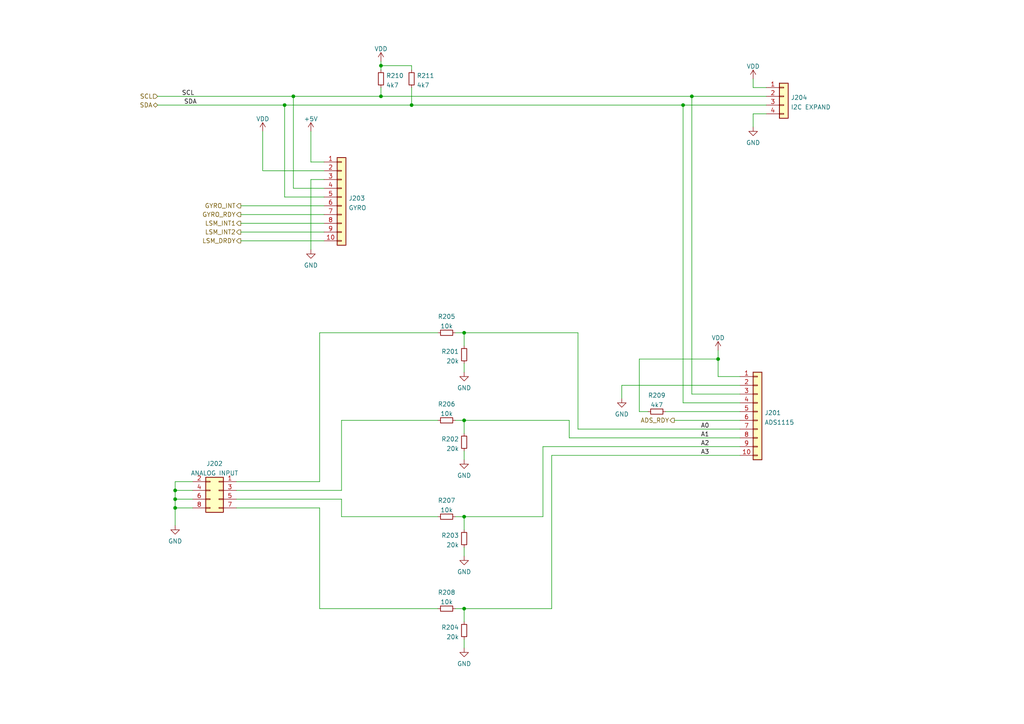
<source format=kicad_sch>
(kicad_sch (version 20230121) (generator eeschema)

  (uuid 0e61157e-8c64-4818-85ec-d1357ecb24c6)

  (paper "A4")

  (title_block
    (title "ROV RPI PICO HAT")
    (date "2023-01-14")
    (rev "1")
    (company "Findersee")
  )

  (lib_symbols
    (symbol "Connector_Generic:Conn_01x04" (pin_names (offset 1.016) hide) (in_bom yes) (on_board yes)
      (property "Reference" "J" (at 0 5.08 0)
        (effects (font (size 1.27 1.27)))
      )
      (property "Value" "Conn_01x04" (at 0 -7.62 0)
        (effects (font (size 1.27 1.27)))
      )
      (property "Footprint" "" (at 0 0 0)
        (effects (font (size 1.27 1.27)) hide)
      )
      (property "Datasheet" "~" (at 0 0 0)
        (effects (font (size 1.27 1.27)) hide)
      )
      (property "ki_keywords" "connector" (at 0 0 0)
        (effects (font (size 1.27 1.27)) hide)
      )
      (property "ki_description" "Generic connector, single row, 01x04, script generated (kicad-library-utils/schlib/autogen/connector/)" (at 0 0 0)
        (effects (font (size 1.27 1.27)) hide)
      )
      (property "ki_fp_filters" "Connector*:*_1x??_*" (at 0 0 0)
        (effects (font (size 1.27 1.27)) hide)
      )
      (symbol "Conn_01x04_1_1"
        (rectangle (start -1.27 -4.953) (end 0 -5.207)
          (stroke (width 0.1524) (type default))
          (fill (type none))
        )
        (rectangle (start -1.27 -2.413) (end 0 -2.667)
          (stroke (width 0.1524) (type default))
          (fill (type none))
        )
        (rectangle (start -1.27 0.127) (end 0 -0.127)
          (stroke (width 0.1524) (type default))
          (fill (type none))
        )
        (rectangle (start -1.27 2.667) (end 0 2.413)
          (stroke (width 0.1524) (type default))
          (fill (type none))
        )
        (rectangle (start -1.27 3.81) (end 1.27 -6.35)
          (stroke (width 0.254) (type default))
          (fill (type background))
        )
        (pin passive line (at -5.08 2.54 0) (length 3.81)
          (name "Pin_1" (effects (font (size 1.27 1.27))))
          (number "1" (effects (font (size 1.27 1.27))))
        )
        (pin passive line (at -5.08 0 0) (length 3.81)
          (name "Pin_2" (effects (font (size 1.27 1.27))))
          (number "2" (effects (font (size 1.27 1.27))))
        )
        (pin passive line (at -5.08 -2.54 0) (length 3.81)
          (name "Pin_3" (effects (font (size 1.27 1.27))))
          (number "3" (effects (font (size 1.27 1.27))))
        )
        (pin passive line (at -5.08 -5.08 0) (length 3.81)
          (name "Pin_4" (effects (font (size 1.27 1.27))))
          (number "4" (effects (font (size 1.27 1.27))))
        )
      )
    )
    (symbol "Connector_Generic:Conn_01x10" (pin_names (offset 1.016) hide) (in_bom yes) (on_board yes)
      (property "Reference" "J" (at 0 12.7 0)
        (effects (font (size 1.27 1.27)))
      )
      (property "Value" "Conn_01x10" (at 0 -15.24 0)
        (effects (font (size 1.27 1.27)))
      )
      (property "Footprint" "" (at 0 0 0)
        (effects (font (size 1.27 1.27)) hide)
      )
      (property "Datasheet" "~" (at 0 0 0)
        (effects (font (size 1.27 1.27)) hide)
      )
      (property "ki_keywords" "connector" (at 0 0 0)
        (effects (font (size 1.27 1.27)) hide)
      )
      (property "ki_description" "Generic connector, single row, 01x10, script generated (kicad-library-utils/schlib/autogen/connector/)" (at 0 0 0)
        (effects (font (size 1.27 1.27)) hide)
      )
      (property "ki_fp_filters" "Connector*:*_1x??_*" (at 0 0 0)
        (effects (font (size 1.27 1.27)) hide)
      )
      (symbol "Conn_01x10_1_1"
        (rectangle (start -1.27 -12.573) (end 0 -12.827)
          (stroke (width 0.1524) (type default))
          (fill (type none))
        )
        (rectangle (start -1.27 -10.033) (end 0 -10.287)
          (stroke (width 0.1524) (type default))
          (fill (type none))
        )
        (rectangle (start -1.27 -7.493) (end 0 -7.747)
          (stroke (width 0.1524) (type default))
          (fill (type none))
        )
        (rectangle (start -1.27 -4.953) (end 0 -5.207)
          (stroke (width 0.1524) (type default))
          (fill (type none))
        )
        (rectangle (start -1.27 -2.413) (end 0 -2.667)
          (stroke (width 0.1524) (type default))
          (fill (type none))
        )
        (rectangle (start -1.27 0.127) (end 0 -0.127)
          (stroke (width 0.1524) (type default))
          (fill (type none))
        )
        (rectangle (start -1.27 2.667) (end 0 2.413)
          (stroke (width 0.1524) (type default))
          (fill (type none))
        )
        (rectangle (start -1.27 5.207) (end 0 4.953)
          (stroke (width 0.1524) (type default))
          (fill (type none))
        )
        (rectangle (start -1.27 7.747) (end 0 7.493)
          (stroke (width 0.1524) (type default))
          (fill (type none))
        )
        (rectangle (start -1.27 10.287) (end 0 10.033)
          (stroke (width 0.1524) (type default))
          (fill (type none))
        )
        (rectangle (start -1.27 11.43) (end 1.27 -13.97)
          (stroke (width 0.254) (type default))
          (fill (type background))
        )
        (pin passive line (at -5.08 10.16 0) (length 3.81)
          (name "Pin_1" (effects (font (size 1.27 1.27))))
          (number "1" (effects (font (size 1.27 1.27))))
        )
        (pin passive line (at -5.08 -12.7 0) (length 3.81)
          (name "Pin_10" (effects (font (size 1.27 1.27))))
          (number "10" (effects (font (size 1.27 1.27))))
        )
        (pin passive line (at -5.08 7.62 0) (length 3.81)
          (name "Pin_2" (effects (font (size 1.27 1.27))))
          (number "2" (effects (font (size 1.27 1.27))))
        )
        (pin passive line (at -5.08 5.08 0) (length 3.81)
          (name "Pin_3" (effects (font (size 1.27 1.27))))
          (number "3" (effects (font (size 1.27 1.27))))
        )
        (pin passive line (at -5.08 2.54 0) (length 3.81)
          (name "Pin_4" (effects (font (size 1.27 1.27))))
          (number "4" (effects (font (size 1.27 1.27))))
        )
        (pin passive line (at -5.08 0 0) (length 3.81)
          (name "Pin_5" (effects (font (size 1.27 1.27))))
          (number "5" (effects (font (size 1.27 1.27))))
        )
        (pin passive line (at -5.08 -2.54 0) (length 3.81)
          (name "Pin_6" (effects (font (size 1.27 1.27))))
          (number "6" (effects (font (size 1.27 1.27))))
        )
        (pin passive line (at -5.08 -5.08 0) (length 3.81)
          (name "Pin_7" (effects (font (size 1.27 1.27))))
          (number "7" (effects (font (size 1.27 1.27))))
        )
        (pin passive line (at -5.08 -7.62 0) (length 3.81)
          (name "Pin_8" (effects (font (size 1.27 1.27))))
          (number "8" (effects (font (size 1.27 1.27))))
        )
        (pin passive line (at -5.08 -10.16 0) (length 3.81)
          (name "Pin_9" (effects (font (size 1.27 1.27))))
          (number "9" (effects (font (size 1.27 1.27))))
        )
      )
    )
    (symbol "Connector_Generic:Conn_02x04_Odd_Even" (pin_names (offset 1.016) hide) (in_bom yes) (on_board yes)
      (property "Reference" "J" (at 1.27 5.08 0)
        (effects (font (size 1.27 1.27)))
      )
      (property "Value" "Conn_02x04_Odd_Even" (at 1.27 -7.62 0)
        (effects (font (size 1.27 1.27)))
      )
      (property "Footprint" "" (at 0 0 0)
        (effects (font (size 1.27 1.27)) hide)
      )
      (property "Datasheet" "~" (at 0 0 0)
        (effects (font (size 1.27 1.27)) hide)
      )
      (property "ki_keywords" "connector" (at 0 0 0)
        (effects (font (size 1.27 1.27)) hide)
      )
      (property "ki_description" "Generic connector, double row, 02x04, odd/even pin numbering scheme (row 1 odd numbers, row 2 even numbers), script generated (kicad-library-utils/schlib/autogen/connector/)" (at 0 0 0)
        (effects (font (size 1.27 1.27)) hide)
      )
      (property "ki_fp_filters" "Connector*:*_2x??_*" (at 0 0 0)
        (effects (font (size 1.27 1.27)) hide)
      )
      (symbol "Conn_02x04_Odd_Even_1_1"
        (rectangle (start -1.27 -4.953) (end 0 -5.207)
          (stroke (width 0.1524) (type default))
          (fill (type none))
        )
        (rectangle (start -1.27 -2.413) (end 0 -2.667)
          (stroke (width 0.1524) (type default))
          (fill (type none))
        )
        (rectangle (start -1.27 0.127) (end 0 -0.127)
          (stroke (width 0.1524) (type default))
          (fill (type none))
        )
        (rectangle (start -1.27 2.667) (end 0 2.413)
          (stroke (width 0.1524) (type default))
          (fill (type none))
        )
        (rectangle (start -1.27 3.81) (end 3.81 -6.35)
          (stroke (width 0.254) (type default))
          (fill (type background))
        )
        (rectangle (start 3.81 -4.953) (end 2.54 -5.207)
          (stroke (width 0.1524) (type default))
          (fill (type none))
        )
        (rectangle (start 3.81 -2.413) (end 2.54 -2.667)
          (stroke (width 0.1524) (type default))
          (fill (type none))
        )
        (rectangle (start 3.81 0.127) (end 2.54 -0.127)
          (stroke (width 0.1524) (type default))
          (fill (type none))
        )
        (rectangle (start 3.81 2.667) (end 2.54 2.413)
          (stroke (width 0.1524) (type default))
          (fill (type none))
        )
        (pin passive line (at -5.08 2.54 0) (length 3.81)
          (name "Pin_1" (effects (font (size 1.27 1.27))))
          (number "1" (effects (font (size 1.27 1.27))))
        )
        (pin passive line (at 7.62 2.54 180) (length 3.81)
          (name "Pin_2" (effects (font (size 1.27 1.27))))
          (number "2" (effects (font (size 1.27 1.27))))
        )
        (pin passive line (at -5.08 0 0) (length 3.81)
          (name "Pin_3" (effects (font (size 1.27 1.27))))
          (number "3" (effects (font (size 1.27 1.27))))
        )
        (pin passive line (at 7.62 0 180) (length 3.81)
          (name "Pin_4" (effects (font (size 1.27 1.27))))
          (number "4" (effects (font (size 1.27 1.27))))
        )
        (pin passive line (at -5.08 -2.54 0) (length 3.81)
          (name "Pin_5" (effects (font (size 1.27 1.27))))
          (number "5" (effects (font (size 1.27 1.27))))
        )
        (pin passive line (at 7.62 -2.54 180) (length 3.81)
          (name "Pin_6" (effects (font (size 1.27 1.27))))
          (number "6" (effects (font (size 1.27 1.27))))
        )
        (pin passive line (at -5.08 -5.08 0) (length 3.81)
          (name "Pin_7" (effects (font (size 1.27 1.27))))
          (number "7" (effects (font (size 1.27 1.27))))
        )
        (pin passive line (at 7.62 -5.08 180) (length 3.81)
          (name "Pin_8" (effects (font (size 1.27 1.27))))
          (number "8" (effects (font (size 1.27 1.27))))
        )
      )
    )
    (symbol "Device:R_Small" (pin_numbers hide) (pin_names (offset 0.254) hide) (in_bom yes) (on_board yes)
      (property "Reference" "R" (at 0.762 0.508 0)
        (effects (font (size 1.27 1.27)) (justify left))
      )
      (property "Value" "R_Small" (at 0.762 -1.016 0)
        (effects (font (size 1.27 1.27)) (justify left))
      )
      (property "Footprint" "" (at 0 0 0)
        (effects (font (size 1.27 1.27)) hide)
      )
      (property "Datasheet" "~" (at 0 0 0)
        (effects (font (size 1.27 1.27)) hide)
      )
      (property "ki_keywords" "R resistor" (at 0 0 0)
        (effects (font (size 1.27 1.27)) hide)
      )
      (property "ki_description" "Resistor, small symbol" (at 0 0 0)
        (effects (font (size 1.27 1.27)) hide)
      )
      (property "ki_fp_filters" "R_*" (at 0 0 0)
        (effects (font (size 1.27 1.27)) hide)
      )
      (symbol "R_Small_0_1"
        (rectangle (start -0.762 1.778) (end 0.762 -1.778)
          (stroke (width 0.2032) (type default))
          (fill (type none))
        )
      )
      (symbol "R_Small_1_1"
        (pin passive line (at 0 2.54 270) (length 0.762)
          (name "~" (effects (font (size 1.27 1.27))))
          (number "1" (effects (font (size 1.27 1.27))))
        )
        (pin passive line (at 0 -2.54 90) (length 0.762)
          (name "~" (effects (font (size 1.27 1.27))))
          (number "2" (effects (font (size 1.27 1.27))))
        )
      )
    )
    (symbol "power:+5V" (power) (pin_names (offset 0)) (in_bom yes) (on_board yes)
      (property "Reference" "#PWR" (at 0 -3.81 0)
        (effects (font (size 1.27 1.27)) hide)
      )
      (property "Value" "+5V" (at 0 3.556 0)
        (effects (font (size 1.27 1.27)))
      )
      (property "Footprint" "" (at 0 0 0)
        (effects (font (size 1.27 1.27)) hide)
      )
      (property "Datasheet" "" (at 0 0 0)
        (effects (font (size 1.27 1.27)) hide)
      )
      (property "ki_keywords" "power-flag" (at 0 0 0)
        (effects (font (size 1.27 1.27)) hide)
      )
      (property "ki_description" "Power symbol creates a global label with name \"+5V\"" (at 0 0 0)
        (effects (font (size 1.27 1.27)) hide)
      )
      (symbol "+5V_0_1"
        (polyline
          (pts
            (xy -0.762 1.27)
            (xy 0 2.54)
          )
          (stroke (width 0) (type default))
          (fill (type none))
        )
        (polyline
          (pts
            (xy 0 0)
            (xy 0 2.54)
          )
          (stroke (width 0) (type default))
          (fill (type none))
        )
        (polyline
          (pts
            (xy 0 2.54)
            (xy 0.762 1.27)
          )
          (stroke (width 0) (type default))
          (fill (type none))
        )
      )
      (symbol "+5V_1_1"
        (pin power_in line (at 0 0 90) (length 0) hide
          (name "+5V" (effects (font (size 1.27 1.27))))
          (number "1" (effects (font (size 1.27 1.27))))
        )
      )
    )
    (symbol "power:GND" (power) (pin_names (offset 0)) (in_bom yes) (on_board yes)
      (property "Reference" "#PWR" (at 0 -6.35 0)
        (effects (font (size 1.27 1.27)) hide)
      )
      (property "Value" "GND" (at 0 -3.81 0)
        (effects (font (size 1.27 1.27)))
      )
      (property "Footprint" "" (at 0 0 0)
        (effects (font (size 1.27 1.27)) hide)
      )
      (property "Datasheet" "" (at 0 0 0)
        (effects (font (size 1.27 1.27)) hide)
      )
      (property "ki_keywords" "power-flag" (at 0 0 0)
        (effects (font (size 1.27 1.27)) hide)
      )
      (property "ki_description" "Power symbol creates a global label with name \"GND\" , ground" (at 0 0 0)
        (effects (font (size 1.27 1.27)) hide)
      )
      (symbol "GND_0_1"
        (polyline
          (pts
            (xy 0 0)
            (xy 0 -1.27)
            (xy 1.27 -1.27)
            (xy 0 -2.54)
            (xy -1.27 -1.27)
            (xy 0 -1.27)
          )
          (stroke (width 0) (type default))
          (fill (type none))
        )
      )
      (symbol "GND_1_1"
        (pin power_in line (at 0 0 270) (length 0) hide
          (name "GND" (effects (font (size 1.27 1.27))))
          (number "1" (effects (font (size 1.27 1.27))))
        )
      )
    )
    (symbol "power:VDD" (power) (pin_names (offset 0)) (in_bom yes) (on_board yes)
      (property "Reference" "#PWR" (at 0 -3.81 0)
        (effects (font (size 1.27 1.27)) hide)
      )
      (property "Value" "VDD" (at 0 3.81 0)
        (effects (font (size 1.27 1.27)))
      )
      (property "Footprint" "" (at 0 0 0)
        (effects (font (size 1.27 1.27)) hide)
      )
      (property "Datasheet" "" (at 0 0 0)
        (effects (font (size 1.27 1.27)) hide)
      )
      (property "ki_keywords" "power-flag" (at 0 0 0)
        (effects (font (size 1.27 1.27)) hide)
      )
      (property "ki_description" "Power symbol creates a global label with name \"VDD\"" (at 0 0 0)
        (effects (font (size 1.27 1.27)) hide)
      )
      (symbol "VDD_0_1"
        (polyline
          (pts
            (xy -0.762 1.27)
            (xy 0 2.54)
          )
          (stroke (width 0) (type default))
          (fill (type none))
        )
        (polyline
          (pts
            (xy 0 0)
            (xy 0 2.54)
          )
          (stroke (width 0) (type default))
          (fill (type none))
        )
        (polyline
          (pts
            (xy 0 2.54)
            (xy 0.762 1.27)
          )
          (stroke (width 0) (type default))
          (fill (type none))
        )
      )
      (symbol "VDD_1_1"
        (pin power_in line (at 0 0 90) (length 0) hide
          (name "VDD" (effects (font (size 1.27 1.27))))
          (number "1" (effects (font (size 1.27 1.27))))
        )
      )
    )
  )

  (junction (at 110.49 27.94) (diameter 0) (color 0 0 0 0)
    (uuid 054fd903-0572-4dd0-a820-56f55a509c27)
  )
  (junction (at 200.66 27.94) (diameter 0) (color 0 0 0 0)
    (uuid 11f4f803-9f67-42e2-b85b-dc64d10d8d35)
  )
  (junction (at 134.62 96.52) (diameter 0) (color 0 0 0 0)
    (uuid 16628809-bbc8-43dc-9baf-59786307da0f)
  )
  (junction (at 208.28 104.14) (diameter 0) (color 0 0 0 0)
    (uuid 231966f0-2c5b-4617-85fb-81a060f079ac)
  )
  (junction (at 119.38 30.48) (diameter 0) (color 0 0 0 0)
    (uuid 4938c504-7c2b-4fa1-97f9-e4fd365bea76)
  )
  (junction (at 198.12 30.48) (diameter 0) (color 0 0 0 0)
    (uuid 4d0429a7-4947-405e-9053-8622eed9c80f)
  )
  (junction (at 50.8 144.78) (diameter 0) (color 0 0 0 0)
    (uuid 50a5e2d3-a310-43c0-83b5-2f6f9862b3e1)
  )
  (junction (at 82.55 30.48) (diameter 0) (color 0 0 0 0)
    (uuid 5d2b5b5c-712a-4c62-9056-7943da566a55)
  )
  (junction (at 50.8 142.24) (diameter 0) (color 0 0 0 0)
    (uuid 65a7e3ac-c070-41d1-bef9-f3a7056e649e)
  )
  (junction (at 134.62 149.86) (diameter 0) (color 0 0 0 0)
    (uuid 67e2439f-a74e-40e5-842a-f2c70c2dd7f9)
  )
  (junction (at 85.09 27.94) (diameter 0) (color 0 0 0 0)
    (uuid 96d946eb-7997-43d5-88b1-01966dd1ce3c)
  )
  (junction (at 110.49 19.05) (diameter 0) (color 0 0 0 0)
    (uuid 9d834587-70bd-4dc6-b603-dbebea207557)
  )
  (junction (at 134.62 176.53) (diameter 0) (color 0 0 0 0)
    (uuid beea1467-6d66-4953-b12f-35f9cb705670)
  )
  (junction (at 134.62 121.92) (diameter 0) (color 0 0 0 0)
    (uuid c5cd8025-00da-4c8e-82b1-68cf7d0c6eb6)
  )
  (junction (at 50.8 147.32) (diameter 0) (color 0 0 0 0)
    (uuid ca96995c-d333-4b5d-8a04-c13cdcbc7d11)
  )

  (wire (pts (xy 69.85 64.77) (xy 93.98 64.77))
    (stroke (width 0) (type default))
    (uuid 00c3344e-81e0-498f-aca3-32f690281efd)
  )
  (wire (pts (xy 134.62 176.53) (xy 134.62 180.34))
    (stroke (width 0) (type default))
    (uuid 00cd8ad8-424f-408b-bb85-16b00891b2fc)
  )
  (wire (pts (xy 134.62 149.86) (xy 134.62 153.67))
    (stroke (width 0) (type default))
    (uuid 0185a968-83fd-459f-b851-cc1f97501cf5)
  )
  (wire (pts (xy 69.85 62.23) (xy 93.98 62.23))
    (stroke (width 0) (type default))
    (uuid 02077cd3-ac91-43b9-8a46-abed5889fd08)
  )
  (wire (pts (xy 198.12 30.48) (xy 198.12 116.84))
    (stroke (width 0) (type default))
    (uuid 0323236d-02c2-4519-810b-868d4109cb21)
  )
  (wire (pts (xy 222.25 33.02) (xy 218.44 33.02))
    (stroke (width 0) (type default))
    (uuid 0731282d-d301-44e9-9695-aa41790843fa)
  )
  (wire (pts (xy 50.8 144.78) (xy 50.8 147.32))
    (stroke (width 0) (type default))
    (uuid 087206a8-55ba-4908-83bf-1e319db68489)
  )
  (wire (pts (xy 134.62 96.52) (xy 134.62 100.33))
    (stroke (width 0) (type default))
    (uuid 0a7daf80-9680-432c-a5d8-478af40fccba)
  )
  (wire (pts (xy 134.62 96.52) (xy 132.08 96.52))
    (stroke (width 0) (type default))
    (uuid 1447b1ba-fa2e-4a6b-bc3e-60c027292767)
  )
  (wire (pts (xy 93.98 49.53) (xy 76.2 49.53))
    (stroke (width 0) (type default))
    (uuid 1471240d-d2c6-4c2d-b4a2-51f9b69e913e)
  )
  (wire (pts (xy 119.38 19.05) (xy 119.38 20.32))
    (stroke (width 0) (type default))
    (uuid 18d5095a-8d73-44a3-a8ef-4cd7fd896ef6)
  )
  (wire (pts (xy 157.48 129.54) (xy 214.63 129.54))
    (stroke (width 0) (type default))
    (uuid 21388e7d-e858-46c5-a3f0-d0b000cc5b96)
  )
  (wire (pts (xy 134.62 121.92) (xy 134.62 125.73))
    (stroke (width 0) (type default))
    (uuid 21cf63ac-dc1c-42e2-8b0d-c24dfb1a6867)
  )
  (wire (pts (xy 208.28 101.6) (xy 208.28 104.14))
    (stroke (width 0) (type default))
    (uuid 234efead-bd5b-4001-ba3d-a182db0ba982)
  )
  (wire (pts (xy 45.72 27.94) (xy 85.09 27.94))
    (stroke (width 0) (type default))
    (uuid 25d6a42c-2763-4eaf-955d-a3eaeb2bf8f3)
  )
  (wire (pts (xy 218.44 22.86) (xy 218.44 25.4))
    (stroke (width 0) (type default))
    (uuid 25d98bd5-ed13-4f7c-b5b6-677fec5d5e5b)
  )
  (wire (pts (xy 185.42 119.38) (xy 185.42 104.14))
    (stroke (width 0) (type default))
    (uuid 289252ca-0b23-439e-9963-e77421fb7880)
  )
  (wire (pts (xy 90.17 46.99) (xy 90.17 38.1))
    (stroke (width 0) (type default))
    (uuid 2b3e47e8-a51b-4491-a6ab-1745d7d12f33)
  )
  (wire (pts (xy 127 121.92) (xy 99.06 121.92))
    (stroke (width 0) (type default))
    (uuid 2c3d43a5-1cf8-494f-afdc-a13246a6d7e7)
  )
  (wire (pts (xy 76.2 49.53) (xy 76.2 38.1))
    (stroke (width 0) (type default))
    (uuid 2cf3fdf5-55fd-46e1-8488-ac297535a8a1)
  )
  (wire (pts (xy 198.12 30.48) (xy 222.25 30.48))
    (stroke (width 0) (type default))
    (uuid 304e139b-907b-4ddf-b39f-ce28c3a6e330)
  )
  (wire (pts (xy 110.49 17.78) (xy 110.49 19.05))
    (stroke (width 0) (type default))
    (uuid 3067baba-d340-408d-b7ab-04f83bf601ed)
  )
  (wire (pts (xy 99.06 149.86) (xy 99.06 144.78))
    (stroke (width 0) (type default))
    (uuid 3402d1a9-03bc-44b1-8bb1-1f3d3e3d4df7)
  )
  (wire (pts (xy 165.1 121.92) (xy 165.1 127))
    (stroke (width 0) (type default))
    (uuid 34dcb4bd-ee7b-43aa-b291-bd97ac07dd09)
  )
  (wire (pts (xy 92.71 147.32) (xy 68.58 147.32))
    (stroke (width 0) (type default))
    (uuid 3532004c-ab33-41cf-b5b1-7101f3566a48)
  )
  (wire (pts (xy 69.85 59.69) (xy 93.98 59.69))
    (stroke (width 0) (type default))
    (uuid 3d8a7a2f-834c-402c-ba43-968dd5f1a570)
  )
  (wire (pts (xy 134.62 121.92) (xy 132.08 121.92))
    (stroke (width 0) (type default))
    (uuid 3dcd4268-5da9-4c0d-add4-8bb48be563ab)
  )
  (wire (pts (xy 82.55 30.48) (xy 119.38 30.48))
    (stroke (width 0) (type default))
    (uuid 3fb2c4d9-8f04-4ae8-92ff-ff13af5fc945)
  )
  (wire (pts (xy 110.49 19.05) (xy 119.38 19.05))
    (stroke (width 0) (type default))
    (uuid 429a02be-6dae-40d5-8f3b-b6e984fa2ec5)
  )
  (wire (pts (xy 127 96.52) (xy 92.71 96.52))
    (stroke (width 0) (type default))
    (uuid 43c80c6e-3a73-4ced-9642-6e3ffef95fd6)
  )
  (wire (pts (xy 93.98 52.07) (xy 90.17 52.07))
    (stroke (width 0) (type default))
    (uuid 4766b97b-efac-459e-b88c-5583d46246d8)
  )
  (wire (pts (xy 127 176.53) (xy 92.71 176.53))
    (stroke (width 0) (type default))
    (uuid 4874c648-9c01-491e-bfaa-aacac82c28a7)
  )
  (wire (pts (xy 134.62 130.81) (xy 134.62 133.35))
    (stroke (width 0) (type default))
    (uuid 49499033-373a-4733-b458-98ef60ef48bf)
  )
  (wire (pts (xy 127 149.86) (xy 99.06 149.86))
    (stroke (width 0) (type default))
    (uuid 4a9a8aea-a1c8-454b-8d4c-33465636bf30)
  )
  (wire (pts (xy 200.66 27.94) (xy 200.66 114.3))
    (stroke (width 0) (type default))
    (uuid 544e74c4-3ec3-4ef2-9ff1-d18c427a83b2)
  )
  (wire (pts (xy 69.85 69.85) (xy 93.98 69.85))
    (stroke (width 0) (type default))
    (uuid 5ac626c6-a501-4cf1-b767-690d39c53b38)
  )
  (wire (pts (xy 134.62 121.92) (xy 165.1 121.92))
    (stroke (width 0) (type default))
    (uuid 60734fb9-e25c-41cc-8f97-6df493b14150)
  )
  (wire (pts (xy 134.62 176.53) (xy 132.08 176.53))
    (stroke (width 0) (type default))
    (uuid 63e3a0e1-aee3-4602-9a0b-6a2c9c15e1b2)
  )
  (wire (pts (xy 134.62 149.86) (xy 132.08 149.86))
    (stroke (width 0) (type default))
    (uuid 66445d2d-34c3-49e5-99b5-0e54c5227d07)
  )
  (wire (pts (xy 119.38 30.48) (xy 198.12 30.48))
    (stroke (width 0) (type default))
    (uuid 6b352c5f-3468-4a5e-8ccd-2986290c15f3)
  )
  (wire (pts (xy 134.62 185.42) (xy 134.62 187.96))
    (stroke (width 0) (type default))
    (uuid 73d9c707-9d22-456a-965d-3052bc8c80f8)
  )
  (wire (pts (xy 55.88 142.24) (xy 50.8 142.24))
    (stroke (width 0) (type default))
    (uuid 746e3197-8f56-4558-8be2-426fa0381230)
  )
  (wire (pts (xy 92.71 176.53) (xy 92.71 147.32))
    (stroke (width 0) (type default))
    (uuid 753ee855-a919-423c-b742-17ea45f397ea)
  )
  (wire (pts (xy 92.71 139.7) (xy 68.58 139.7))
    (stroke (width 0) (type default))
    (uuid 75eebf6d-779c-424c-8d3c-0356880a7398)
  )
  (wire (pts (xy 180.34 111.76) (xy 180.34 115.57))
    (stroke (width 0) (type default))
    (uuid 7691b3d0-e6ce-41c9-921a-f9e00612d63e)
  )
  (wire (pts (xy 134.62 149.86) (xy 157.48 149.86))
    (stroke (width 0) (type default))
    (uuid 77b730e8-e56f-43f3-8f3a-67fea38e8ff5)
  )
  (wire (pts (xy 85.09 27.94) (xy 110.49 27.94))
    (stroke (width 0) (type default))
    (uuid 7aceaf4f-f23b-4d8b-9d33-b8f08a13da44)
  )
  (wire (pts (xy 119.38 25.4) (xy 119.38 30.48))
    (stroke (width 0) (type default))
    (uuid 7bd28199-fb87-4d2b-b229-acb75dd929e8)
  )
  (wire (pts (xy 50.8 147.32) (xy 50.8 152.4))
    (stroke (width 0) (type default))
    (uuid 7bdb011e-d37d-4a8a-ba0b-2ad3e793e74d)
  )
  (wire (pts (xy 92.71 96.52) (xy 92.71 139.7))
    (stroke (width 0) (type default))
    (uuid 7c2db06b-7f9a-43bf-9cab-24cf16b0203b)
  )
  (wire (pts (xy 50.8 139.7) (xy 50.8 142.24))
    (stroke (width 0) (type default))
    (uuid 7fffa74f-8164-4605-b222-4b12ebd06998)
  )
  (wire (pts (xy 218.44 33.02) (xy 218.44 36.83))
    (stroke (width 0) (type default))
    (uuid 90cb83dc-1a11-45a5-97ad-621fae129bf9)
  )
  (wire (pts (xy 68.58 142.24) (xy 99.06 142.24))
    (stroke (width 0) (type default))
    (uuid 9118e670-177b-4b2b-b3af-b5affb919fc5)
  )
  (wire (pts (xy 180.34 111.76) (xy 214.63 111.76))
    (stroke (width 0) (type default))
    (uuid 9c08b64c-6d71-4470-b971-a07ad4451938)
  )
  (wire (pts (xy 134.62 176.53) (xy 160.02 176.53))
    (stroke (width 0) (type default))
    (uuid 9d72d062-4b6c-4481-b57d-30afb422df3b)
  )
  (wire (pts (xy 134.62 105.41) (xy 134.62 107.95))
    (stroke (width 0) (type default))
    (uuid 9f76ebb7-4866-42be-af62-a50df85c6d73)
  )
  (wire (pts (xy 165.1 127) (xy 214.63 127))
    (stroke (width 0) (type default))
    (uuid ab5705fb-4cc1-4419-bab6-28a1d78dce34)
  )
  (wire (pts (xy 93.98 57.15) (xy 82.55 57.15))
    (stroke (width 0) (type default))
    (uuid ab85e042-d003-44cd-83d2-5f5150184d13)
  )
  (wire (pts (xy 134.62 96.52) (xy 167.64 96.52))
    (stroke (width 0) (type default))
    (uuid ac387e0e-7bc0-4f01-a098-38bf5d9cbd54)
  )
  (wire (pts (xy 110.49 19.05) (xy 110.49 20.32))
    (stroke (width 0) (type default))
    (uuid ac6a34c0-2380-4e54-bfca-3139116f83c5)
  )
  (wire (pts (xy 55.88 139.7) (xy 50.8 139.7))
    (stroke (width 0) (type default))
    (uuid af580190-6e00-4f7b-b2ab-2e8129ed921b)
  )
  (wire (pts (xy 99.06 142.24) (xy 99.06 121.92))
    (stroke (width 0) (type default))
    (uuid b105cdce-51d4-4f20-bba2-289f6a8f1aa3)
  )
  (wire (pts (xy 193.04 119.38) (xy 214.63 119.38))
    (stroke (width 0) (type default))
    (uuid b8df5102-aa4b-4c4f-ba82-17db895f9465)
  )
  (wire (pts (xy 55.88 144.78) (xy 50.8 144.78))
    (stroke (width 0) (type default))
    (uuid bafd1138-51a5-4a43-b4c7-d9a20c69de28)
  )
  (wire (pts (xy 167.64 124.46) (xy 167.64 96.52))
    (stroke (width 0) (type default))
    (uuid bc4ad117-3545-470d-ae21-1d1a04237ef2)
  )
  (wire (pts (xy 200.66 27.94) (xy 222.25 27.94))
    (stroke (width 0) (type default))
    (uuid bcb02c11-fbe3-4688-b88f-565dd434a216)
  )
  (wire (pts (xy 99.06 144.78) (xy 68.58 144.78))
    (stroke (width 0) (type default))
    (uuid be4c3706-2c54-44bc-931f-1a1ca61220e4)
  )
  (wire (pts (xy 222.25 25.4) (xy 218.44 25.4))
    (stroke (width 0) (type default))
    (uuid bff4477f-127a-496a-8937-6eba48efac3b)
  )
  (wire (pts (xy 45.72 30.48) (xy 82.55 30.48))
    (stroke (width 0) (type default))
    (uuid c2b5aea6-fc81-42f1-8eed-a436c49e35c1)
  )
  (wire (pts (xy 82.55 57.15) (xy 82.55 30.48))
    (stroke (width 0) (type default))
    (uuid c2ffc359-2aa5-4f24-b840-82b0cbcc94f7)
  )
  (wire (pts (xy 160.02 132.08) (xy 214.63 132.08))
    (stroke (width 0) (type default))
    (uuid c4b5cc7e-b818-41ab-80c6-7dbe08ab06db)
  )
  (wire (pts (xy 69.85 67.31) (xy 93.98 67.31))
    (stroke (width 0) (type default))
    (uuid c8216f99-5572-47f2-832e-5baa59624255)
  )
  (wire (pts (xy 50.8 142.24) (xy 50.8 144.78))
    (stroke (width 0) (type default))
    (uuid c86bcf00-0d7c-4c23-8509-3b0bd260d6e9)
  )
  (wire (pts (xy 214.63 114.3) (xy 200.66 114.3))
    (stroke (width 0) (type default))
    (uuid c8ad63a6-4c52-4182-9d59-39ad3082bcd7)
  )
  (wire (pts (xy 160.02 132.08) (xy 160.02 176.53))
    (stroke (width 0) (type default))
    (uuid ca44c1e3-a144-4340-bd36-a08a3f350d9c)
  )
  (wire (pts (xy 93.98 46.99) (xy 90.17 46.99))
    (stroke (width 0) (type default))
    (uuid ce7b4e84-e0fa-42e1-99f7-6b7a84b43149)
  )
  (wire (pts (xy 93.98 54.61) (xy 85.09 54.61))
    (stroke (width 0) (type default))
    (uuid cf1daaaf-6dc1-4d9d-8890-3f73d39ad0e1)
  )
  (wire (pts (xy 110.49 27.94) (xy 200.66 27.94))
    (stroke (width 0) (type default))
    (uuid da79a1ae-8d56-45e5-ae3b-f246a1b10ca7)
  )
  (wire (pts (xy 195.58 121.92) (xy 214.63 121.92))
    (stroke (width 0) (type default))
    (uuid e0f861fd-d93c-4567-ba3e-e119d1943534)
  )
  (wire (pts (xy 198.12 116.84) (xy 214.63 116.84))
    (stroke (width 0) (type default))
    (uuid e401b990-79ae-440b-8208-9ca396dfb1da)
  )
  (wire (pts (xy 90.17 52.07) (xy 90.17 72.39))
    (stroke (width 0) (type default))
    (uuid ec969dff-5033-4cf3-a505-52fac35594d5)
  )
  (wire (pts (xy 85.09 54.61) (xy 85.09 27.94))
    (stroke (width 0) (type default))
    (uuid edb2de96-79d3-4cb3-aa80-d3bda78af6f2)
  )
  (wire (pts (xy 110.49 25.4) (xy 110.49 27.94))
    (stroke (width 0) (type default))
    (uuid f0ba2f78-d9f6-4f14-80c1-3e078673899d)
  )
  (wire (pts (xy 185.42 104.14) (xy 208.28 104.14))
    (stroke (width 0) (type default))
    (uuid f1e8aa4a-852a-44fc-b197-3546392dc1dd)
  )
  (wire (pts (xy 167.64 124.46) (xy 214.63 124.46))
    (stroke (width 0) (type default))
    (uuid f1f172af-854f-435f-ad5b-47937b40e27f)
  )
  (wire (pts (xy 157.48 129.54) (xy 157.48 149.86))
    (stroke (width 0) (type default))
    (uuid f3fb0258-331b-44c5-ac2f-980d05ba3830)
  )
  (wire (pts (xy 208.28 109.22) (xy 214.63 109.22))
    (stroke (width 0) (type default))
    (uuid f951c8b7-11de-439c-8bae-cc2cbf09d8f4)
  )
  (wire (pts (xy 208.28 104.14) (xy 208.28 109.22))
    (stroke (width 0) (type default))
    (uuid fd954afb-d5dc-4c90-8fc6-2f01920b8fda)
  )
  (wire (pts (xy 55.88 147.32) (xy 50.8 147.32))
    (stroke (width 0) (type default))
    (uuid fe585106-522a-40cb-902e-b6d13683e09a)
  )
  (wire (pts (xy 187.96 119.38) (xy 185.42 119.38))
    (stroke (width 0) (type default))
    (uuid ff06d6ab-4329-4985-b761-57d32a52b1b2)
  )
  (wire (pts (xy 134.62 158.75) (xy 134.62 161.29))
    (stroke (width 0) (type default))
    (uuid ff14f051-8036-4813-a1c0-3ecb64650514)
  )

  (label "SCL" (at 52.705 27.94 0) (fields_autoplaced)
    (effects (font (size 1.27 1.27)) (justify left bottom))
    (uuid 070b6a14-a9bb-42b4-be17-630843a45c80)
  )
  (label "SDA" (at 53.34 30.48 0) (fields_autoplaced)
    (effects (font (size 1.27 1.27)) (justify left bottom))
    (uuid 3677ece5-440a-44bd-8c31-906cceae4ca3)
  )
  (label "A0" (at 205.74 124.46 180) (fields_autoplaced)
    (effects (font (size 1.27 1.27)) (justify right bottom))
    (uuid 58f9a74a-7eb4-41c7-94a6-b543c1f2cb58)
  )
  (label "A1" (at 205.74 127 180) (fields_autoplaced)
    (effects (font (size 1.27 1.27)) (justify right bottom))
    (uuid bff76a88-8a1b-41fc-905b-b7c4b71e5806)
  )
  (label "A2" (at 205.74 129.54 180) (fields_autoplaced)
    (effects (font (size 1.27 1.27)) (justify right bottom))
    (uuid c41c85c4-8f9e-47e5-8952-17247ecdcd1e)
  )
  (label "A3" (at 205.74 132.08 180) (fields_autoplaced)
    (effects (font (size 1.27 1.27)) (justify right bottom))
    (uuid eae6221b-dd90-46ac-8d41-8956e85d5da6)
  )

  (hierarchical_label "SCL" (shape input) (at 45.72 27.94 180) (fields_autoplaced)
    (effects (font (size 1.27 1.27)) (justify right))
    (uuid 0638d707-42e2-4f31-814e-64131825d545)
  )
  (hierarchical_label "LSM_INT1" (shape output) (at 69.85 64.77 180) (fields_autoplaced)
    (effects (font (size 1.27 1.27)) (justify right))
    (uuid 2ae39928-1c1e-41d6-8a35-329e38e6193c)
  )
  (hierarchical_label "GYRO_INT" (shape output) (at 69.85 59.69 180) (fields_autoplaced)
    (effects (font (size 1.27 1.27)) (justify right))
    (uuid a2e1f058-d267-489e-a0df-6aeb19716ac3)
  )
  (hierarchical_label "ADS_RDY" (shape output) (at 195.58 121.92 180) (fields_autoplaced)
    (effects (font (size 1.27 1.27)) (justify right))
    (uuid aa87e3ca-65ba-432d-a247-bab363e2fd63)
  )
  (hierarchical_label "LSM_DRDY" (shape output) (at 69.85 69.85 180) (fields_autoplaced)
    (effects (font (size 1.27 1.27)) (justify right))
    (uuid eabb9067-df46-49fa-aa6f-b665f482800a)
  )
  (hierarchical_label "LSM_INT2" (shape output) (at 69.85 67.31 180) (fields_autoplaced)
    (effects (font (size 1.27 1.27)) (justify right))
    (uuid ef1fa07e-7421-45cf-9a06-636dc3e7720e)
  )
  (hierarchical_label "GYRO_RDY" (shape output) (at 69.85 62.23 180) (fields_autoplaced)
    (effects (font (size 1.27 1.27)) (justify right))
    (uuid f0a765b4-bc5b-40df-8111-8dc14706dc5c)
  )
  (hierarchical_label "SDA" (shape bidirectional) (at 45.72 30.48 180) (fields_autoplaced)
    (effects (font (size 1.27 1.27)) (justify right))
    (uuid f58070a6-00df-4244-8883-326904a3283a)
  )

  (symbol (lib_id "power:+5V") (at 90.17 38.1 0) (unit 1)
    (in_bom yes) (on_board yes) (dnp no) (fields_autoplaced)
    (uuid 0aa5114b-1ba6-4a33-a3ec-873121403519)
    (property "Reference" "#PWR0102" (at 90.17 41.91 0)
      (effects (font (size 1.27 1.27)) hide)
    )
    (property "Value" "+5V" (at 90.17 34.4955 0)
      (effects (font (size 1.27 1.27)))
    )
    (property "Footprint" "" (at 90.17 38.1 0)
      (effects (font (size 1.27 1.27)) hide)
    )
    (property "Datasheet" "" (at 90.17 38.1 0)
      (effects (font (size 1.27 1.27)) hide)
    )
    (pin "1" (uuid 27be28b5-d8ce-4d1a-8a2e-4d43ede0e62c))
    (instances
      (project "RovHat"
        (path "/e63e39d7-6ac0-4ffd-8aa3-1841a4541b55/ac5eb4a7-a387-48d6-b4f5-8a76d938534b"
          (reference "#PWR0102") (unit 1)
        )
      )
    )
  )

  (symbol (lib_id "power:GND") (at 218.44 36.83 0) (unit 1)
    (in_bom yes) (on_board yes) (dnp no) (fields_autoplaced)
    (uuid 1644925e-e166-433d-b194-7b2a1786cc77)
    (property "Reference" "#PWR0208" (at 218.44 43.18 0)
      (effects (font (size 1.27 1.27)) hide)
    )
    (property "Value" "GND" (at 218.44 41.3925 0)
      (effects (font (size 1.27 1.27)))
    )
    (property "Footprint" "" (at 218.44 36.83 0)
      (effects (font (size 1.27 1.27)) hide)
    )
    (property "Datasheet" "" (at 218.44 36.83 0)
      (effects (font (size 1.27 1.27)) hide)
    )
    (pin "1" (uuid 1509f3c4-e5ba-48b8-b6e0-3d208959e3ee))
    (instances
      (project "RovHat"
        (path "/e63e39d7-6ac0-4ffd-8aa3-1841a4541b55/ac5eb4a7-a387-48d6-b4f5-8a76d938534b"
          (reference "#PWR0208") (unit 1)
        )
      )
    )
  )

  (symbol (lib_id "power:GND") (at 134.62 161.29 0) (mirror y) (unit 1)
    (in_bom yes) (on_board yes) (dnp no) (fields_autoplaced)
    (uuid 1e71b273-57d6-4b58-8e78-1901751de9f7)
    (property "Reference" "#PWR0205" (at 134.62 167.64 0)
      (effects (font (size 1.27 1.27)) hide)
    )
    (property "Value" "GND" (at 134.62 165.8525 0)
      (effects (font (size 1.27 1.27)))
    )
    (property "Footprint" "" (at 134.62 161.29 0)
      (effects (font (size 1.27 1.27)) hide)
    )
    (property "Datasheet" "" (at 134.62 161.29 0)
      (effects (font (size 1.27 1.27)) hide)
    )
    (pin "1" (uuid 143cee39-2484-4bfd-9976-972589dd70f6))
    (instances
      (project "RovHat"
        (path "/e63e39d7-6ac0-4ffd-8aa3-1841a4541b55/ac5eb4a7-a387-48d6-b4f5-8a76d938534b"
          (reference "#PWR0205") (unit 1)
        )
      )
    )
  )

  (symbol (lib_id "power:GND") (at 134.62 107.95 0) (mirror y) (unit 1)
    (in_bom yes) (on_board yes) (dnp no) (fields_autoplaced)
    (uuid 254c7cd0-eb1e-44b3-b26a-d8b6f71faa2f)
    (property "Reference" "#PWR0203" (at 134.62 114.3 0)
      (effects (font (size 1.27 1.27)) hide)
    )
    (property "Value" "GND" (at 134.62 112.5125 0)
      (effects (font (size 1.27 1.27)))
    )
    (property "Footprint" "" (at 134.62 107.95 0)
      (effects (font (size 1.27 1.27)) hide)
    )
    (property "Datasheet" "" (at 134.62 107.95 0)
      (effects (font (size 1.27 1.27)) hide)
    )
    (pin "1" (uuid 462f250f-5c52-413a-a452-d2646933cf77))
    (instances
      (project "RovHat"
        (path "/e63e39d7-6ac0-4ffd-8aa3-1841a4541b55/ac5eb4a7-a387-48d6-b4f5-8a76d938534b"
          (reference "#PWR0203") (unit 1)
        )
      )
    )
  )

  (symbol (lib_id "Device:R_Small") (at 134.62 156.21 0) (mirror x) (unit 1)
    (in_bom yes) (on_board yes) (dnp no) (fields_autoplaced)
    (uuid 2c95787e-d13f-4996-ad28-fbc4c8edac60)
    (property "Reference" "R203" (at 133.1214 155.3015 0)
      (effects (font (size 1.27 1.27)) (justify right))
    )
    (property "Value" "20k" (at 133.1214 158.0766 0)
      (effects (font (size 1.27 1.27)) (justify right))
    )
    (property "Footprint" "Resistor_SMD:R_0603_1608Metric" (at 134.62 156.21 0)
      (effects (font (size 1.27 1.27)) hide)
    )
    (property "Datasheet" "~" (at 134.62 156.21 0)
      (effects (font (size 1.27 1.27)) hide)
    )
    (pin "1" (uuid f32e3b82-ed5a-4b23-9409-f6c138d8543f))
    (pin "2" (uuid 33cd1a9c-6688-44f4-a232-cbe91c627801))
    (instances
      (project "RovHat"
        (path "/e63e39d7-6ac0-4ffd-8aa3-1841a4541b55/ac5eb4a7-a387-48d6-b4f5-8a76d938534b"
          (reference "R203") (unit 1)
        )
      )
    )
  )

  (symbol (lib_id "Device:R_Small") (at 190.5 119.38 270) (unit 1)
    (in_bom yes) (on_board yes) (dnp no) (fields_autoplaced)
    (uuid 3c5fee81-ce0b-4c72-8208-9ada2d38fdd5)
    (property "Reference" "R209" (at 190.5 114.6769 90)
      (effects (font (size 1.27 1.27)))
    )
    (property "Value" "4k7" (at 190.5 117.452 90)
      (effects (font (size 1.27 1.27)))
    )
    (property "Footprint" "Resistor_SMD:R_0603_1608Metric" (at 190.5 119.38 0)
      (effects (font (size 1.27 1.27)) hide)
    )
    (property "Datasheet" "~" (at 190.5 119.38 0)
      (effects (font (size 1.27 1.27)) hide)
    )
    (pin "1" (uuid 0464a32c-9bc7-4919-b34d-cd54a450ea34))
    (pin "2" (uuid 6812fb0d-4044-496c-b738-1d82e542e951))
    (instances
      (project "RovHat"
        (path "/e63e39d7-6ac0-4ffd-8aa3-1841a4541b55/ac5eb4a7-a387-48d6-b4f5-8a76d938534b"
          (reference "R209") (unit 1)
        )
      )
    )
  )

  (symbol (lib_id "Connector_Generic:Conn_01x10") (at 219.71 119.38 0) (unit 1)
    (in_bom yes) (on_board yes) (dnp no) (fields_autoplaced)
    (uuid 50df8fa0-ee2a-4112-85b7-c22bb6e6d9c5)
    (property "Reference" "J201" (at 221.742 119.7415 0)
      (effects (font (size 1.27 1.27)) (justify left))
    )
    (property "Value" "ADS1115" (at 221.742 122.5166 0)
      (effects (font (size 1.27 1.27)) (justify left))
    )
    (property "Footprint" "Connector_PinHeader_2.54mm:PinHeader_1x10_P2.54mm_Vertical" (at 219.71 119.38 0)
      (effects (font (size 1.27 1.27)) hide)
    )
    (property "Datasheet" "~" (at 219.71 119.38 0)
      (effects (font (size 1.27 1.27)) hide)
    )
    (pin "1" (uuid ed2776a8-0f50-4df7-ae40-47971d108cc3))
    (pin "10" (uuid 453eea2b-a01b-4f82-9baf-845837e69227))
    (pin "2" (uuid 3d3662b1-834f-48d0-acd4-e0423af636c4))
    (pin "3" (uuid 503a3d5c-692f-44ea-91f8-862b78ede738))
    (pin "4" (uuid 40fe5071-4d52-412a-995c-7effe5bf2402))
    (pin "5" (uuid e49992ff-9587-4003-ba87-7aadb3eb0f6c))
    (pin "6" (uuid 8ffd4a5c-6d6d-49e1-b56c-cb76beec82d2))
    (pin "7" (uuid 31231a57-ac0d-4d6c-a994-8e8880f7ee79))
    (pin "8" (uuid 760471d3-2bc8-4e4a-86bc-a9da9af6c62c))
    (pin "9" (uuid a6fd6f35-a3b4-43c4-a5b8-df2e0c4ea13d))
    (instances
      (project "RovHat"
        (path "/e63e39d7-6ac0-4ffd-8aa3-1841a4541b55/ac5eb4a7-a387-48d6-b4f5-8a76d938534b"
          (reference "J201") (unit 1)
        )
      )
    )
  )

  (symbol (lib_id "Device:R_Small") (at 134.62 102.87 0) (mirror x) (unit 1)
    (in_bom yes) (on_board yes) (dnp no) (fields_autoplaced)
    (uuid 547be16a-156b-4fb7-9944-5b8f99ecfb33)
    (property "Reference" "R201" (at 133.1214 101.9615 0)
      (effects (font (size 1.27 1.27)) (justify right))
    )
    (property "Value" "20k" (at 133.1214 104.7366 0)
      (effects (font (size 1.27 1.27)) (justify right))
    )
    (property "Footprint" "Resistor_SMD:R_0603_1608Metric" (at 134.62 102.87 0)
      (effects (font (size 1.27 1.27)) hide)
    )
    (property "Datasheet" "~" (at 134.62 102.87 0)
      (effects (font (size 1.27 1.27)) hide)
    )
    (pin "1" (uuid 43f8fa54-5529-4cbe-b47f-f493179f89b9))
    (pin "2" (uuid 576579c1-dc80-4a74-ae28-86c17dcbdadb))
    (instances
      (project "RovHat"
        (path "/e63e39d7-6ac0-4ffd-8aa3-1841a4541b55/ac5eb4a7-a387-48d6-b4f5-8a76d938534b"
          (reference "R201") (unit 1)
        )
      )
    )
  )

  (symbol (lib_id "power:GND") (at 134.62 187.96 0) (mirror y) (unit 1)
    (in_bom yes) (on_board yes) (dnp no) (fields_autoplaced)
    (uuid 5aab7322-346b-4103-9a88-0615101872aa)
    (property "Reference" "#PWR0206" (at 134.62 194.31 0)
      (effects (font (size 1.27 1.27)) hide)
    )
    (property "Value" "GND" (at 134.62 192.5225 0)
      (effects (font (size 1.27 1.27)))
    )
    (property "Footprint" "" (at 134.62 187.96 0)
      (effects (font (size 1.27 1.27)) hide)
    )
    (property "Datasheet" "" (at 134.62 187.96 0)
      (effects (font (size 1.27 1.27)) hide)
    )
    (pin "1" (uuid c325dfeb-c425-4f3f-a481-0c42c973626e))
    (instances
      (project "RovHat"
        (path "/e63e39d7-6ac0-4ffd-8aa3-1841a4541b55/ac5eb4a7-a387-48d6-b4f5-8a76d938534b"
          (reference "#PWR0206") (unit 1)
        )
      )
    )
  )

  (symbol (lib_id "Device:R_Small") (at 119.38 22.86 180) (unit 1)
    (in_bom yes) (on_board yes) (dnp no) (fields_autoplaced)
    (uuid 6273d1ea-6f0e-4979-9a07-65fae51eb396)
    (property "Reference" "R211" (at 120.8786 21.9515 0)
      (effects (font (size 1.27 1.27)) (justify right))
    )
    (property "Value" "4k7" (at 120.8786 24.7266 0)
      (effects (font (size 1.27 1.27)) (justify right))
    )
    (property "Footprint" "Resistor_SMD:R_0603_1608Metric" (at 119.38 22.86 0)
      (effects (font (size 1.27 1.27)) hide)
    )
    (property "Datasheet" "~" (at 119.38 22.86 0)
      (effects (font (size 1.27 1.27)) hide)
    )
    (pin "1" (uuid f486cb05-5b40-4ac6-a1aa-d11ad2f9dc09))
    (pin "2" (uuid af26c92f-44db-436d-8e49-275bf1d3412d))
    (instances
      (project "RovHat"
        (path "/e63e39d7-6ac0-4ffd-8aa3-1841a4541b55/ac5eb4a7-a387-48d6-b4f5-8a76d938534b"
          (reference "R211") (unit 1)
        )
      )
    )
  )

  (symbol (lib_id "power:VDD") (at 76.2 38.1 0) (unit 1)
    (in_bom yes) (on_board yes) (dnp no) (fields_autoplaced)
    (uuid 6cbd3dcd-a92a-4281-8ebc-9af4d8fae026)
    (property "Reference" "#PWR0107" (at 76.2 41.91 0)
      (effects (font (size 1.27 1.27)) hide)
    )
    (property "Value" "VDD" (at 76.2 34.4955 0)
      (effects (font (size 1.27 1.27)))
    )
    (property "Footprint" "" (at 76.2 38.1 0)
      (effects (font (size 1.27 1.27)) hide)
    )
    (property "Datasheet" "" (at 76.2 38.1 0)
      (effects (font (size 1.27 1.27)) hide)
    )
    (pin "1" (uuid d4a1c245-2a2c-43e1-b545-132a32cda219))
    (instances
      (project "RovHat"
        (path "/e63e39d7-6ac0-4ffd-8aa3-1841a4541b55/ac5eb4a7-a387-48d6-b4f5-8a76d938534b"
          (reference "#PWR0107") (unit 1)
        )
      )
    )
  )

  (symbol (lib_id "Connector_Generic:Conn_02x04_Odd_Even") (at 63.5 142.24 0) (mirror y) (unit 1)
    (in_bom yes) (on_board yes) (dnp no) (fields_autoplaced)
    (uuid 79e86705-4e6f-4cfb-ad1c-b2ff2c94d675)
    (property "Reference" "J202" (at 62.23 134.4635 0)
      (effects (font (size 1.27 1.27)))
    )
    (property "Value" "ANALOG INPUT" (at 62.23 137.2386 0)
      (effects (font (size 1.27 1.27)))
    )
    (property "Footprint" "Connector_PinHeader_2.54mm:PinHeader_2x04_P2.54mm_Vertical" (at 63.5 142.24 0)
      (effects (font (size 1.27 1.27)) hide)
    )
    (property "Datasheet" "~" (at 63.5 142.24 0)
      (effects (font (size 1.27 1.27)) hide)
    )
    (pin "1" (uuid 81c1bb76-b462-49d2-bcc3-97d8402bb847))
    (pin "2" (uuid 725d8b2c-787a-4161-91d7-1e29175d5f7d))
    (pin "3" (uuid a296b194-d97b-4f24-b6b9-7a2b5a4d1d8a))
    (pin "4" (uuid 9539fbd0-216e-4d8a-a941-a7d439686751))
    (pin "5" (uuid d9683538-a0df-4b40-9202-d20a79c81905))
    (pin "6" (uuid 21df88f8-ca83-45ae-bfae-a8f023cc0628))
    (pin "7" (uuid f085ebfc-156f-4cc3-a957-ad0a2879fe55))
    (pin "8" (uuid d4710df4-6b61-4c7c-bdf2-50ede4195954))
    (instances
      (project "RovHat"
        (path "/e63e39d7-6ac0-4ffd-8aa3-1841a4541b55/ac5eb4a7-a387-48d6-b4f5-8a76d938534b"
          (reference "J202") (unit 1)
        )
      )
    )
  )

  (symbol (lib_id "Connector_Generic:Conn_01x10") (at 99.06 57.15 0) (unit 1)
    (in_bom yes) (on_board yes) (dnp no) (fields_autoplaced)
    (uuid 7dcb4044-e8c8-4a51-8ad5-63177668dbe8)
    (property "Reference" "J203" (at 101.092 57.5115 0)
      (effects (font (size 1.27 1.27)) (justify left))
    )
    (property "Value" "GYRO" (at 101.092 60.2866 0)
      (effects (font (size 1.27 1.27)) (justify left))
    )
    (property "Footprint" "Connector_PinHeader_2.54mm:PinHeader_1x10_P2.54mm_Vertical" (at 99.06 57.15 0)
      (effects (font (size 1.27 1.27)) hide)
    )
    (property "Datasheet" "~" (at 99.06 57.15 0)
      (effects (font (size 1.27 1.27)) hide)
    )
    (pin "1" (uuid 56be466c-159e-40a2-b534-8bd7a45c80ff))
    (pin "10" (uuid 3a73a7bc-b460-4ede-bccf-8b6c5d53b7f9))
    (pin "2" (uuid 5d15701c-e4aa-4356-8173-91c1aa5162f8))
    (pin "3" (uuid 14914e95-28c7-4b12-8581-77c9fb10fbed))
    (pin "4" (uuid 895544e5-97b0-4124-9a38-5f3cbbe8a263))
    (pin "5" (uuid 2a696112-c301-4e2d-9494-6f997b0e3c3a))
    (pin "6" (uuid 98182b80-c5fb-4277-b92d-6de6f8f4fb74))
    (pin "7" (uuid 75be2f07-0328-44b8-ac5a-0900cc3a7211))
    (pin "8" (uuid 9f7f99b9-4ce6-4b02-8292-f93639d755ea))
    (pin "9" (uuid c8e28daf-ff2d-45eb-b930-97a22d844bb0))
    (instances
      (project "RovHat"
        (path "/e63e39d7-6ac0-4ffd-8aa3-1841a4541b55/ac5eb4a7-a387-48d6-b4f5-8a76d938534b"
          (reference "J203") (unit 1)
        )
      )
    )
  )

  (symbol (lib_id "Device:R_Small") (at 129.54 176.53 270) (mirror x) (unit 1)
    (in_bom yes) (on_board yes) (dnp no) (fields_autoplaced)
    (uuid 85f2766e-253c-4942-8584-87dee2050f4c)
    (property "Reference" "R208" (at 129.54 171.8269 90)
      (effects (font (size 1.27 1.27)))
    )
    (property "Value" "10k" (at 129.54 174.602 90)
      (effects (font (size 1.27 1.27)))
    )
    (property "Footprint" "Resistor_SMD:R_0603_1608Metric" (at 129.54 176.53 0)
      (effects (font (size 1.27 1.27)) hide)
    )
    (property "Datasheet" "~" (at 129.54 176.53 0)
      (effects (font (size 1.27 1.27)) hide)
    )
    (pin "1" (uuid 00693d2f-efad-4648-9562-86794bfa7313))
    (pin "2" (uuid 8669519c-2f12-4da9-8448-93b151b37c09))
    (instances
      (project "RovHat"
        (path "/e63e39d7-6ac0-4ffd-8aa3-1841a4541b55/ac5eb4a7-a387-48d6-b4f5-8a76d938534b"
          (reference "R208") (unit 1)
        )
      )
    )
  )

  (symbol (lib_id "power:GND") (at 180.34 115.57 0) (unit 1)
    (in_bom yes) (on_board yes) (dnp no) (fields_autoplaced)
    (uuid 9a536964-d071-415f-addc-5ab8dab2c04a)
    (property "Reference" "#PWR0105" (at 180.34 121.92 0)
      (effects (font (size 1.27 1.27)) hide)
    )
    (property "Value" "GND" (at 180.34 120.1325 0)
      (effects (font (size 1.27 1.27)))
    )
    (property "Footprint" "" (at 180.34 115.57 0)
      (effects (font (size 1.27 1.27)) hide)
    )
    (property "Datasheet" "" (at 180.34 115.57 0)
      (effects (font (size 1.27 1.27)) hide)
    )
    (pin "1" (uuid 83602e4a-0410-4ca8-8ee1-dcb359dbec7e))
    (instances
      (project "RovHat"
        (path "/e63e39d7-6ac0-4ffd-8aa3-1841a4541b55/ac5eb4a7-a387-48d6-b4f5-8a76d938534b"
          (reference "#PWR0105") (unit 1)
        )
      )
    )
  )

  (symbol (lib_id "power:GND") (at 134.62 133.35 0) (mirror y) (unit 1)
    (in_bom yes) (on_board yes) (dnp no) (fields_autoplaced)
    (uuid a821283d-ce43-4076-8f81-a00440104ca4)
    (property "Reference" "#PWR0204" (at 134.62 139.7 0)
      (effects (font (size 1.27 1.27)) hide)
    )
    (property "Value" "GND" (at 134.62 137.9125 0)
      (effects (font (size 1.27 1.27)))
    )
    (property "Footprint" "" (at 134.62 133.35 0)
      (effects (font (size 1.27 1.27)) hide)
    )
    (property "Datasheet" "" (at 134.62 133.35 0)
      (effects (font (size 1.27 1.27)) hide)
    )
    (pin "1" (uuid 1da4bb95-3e0a-4c3e-b385-d7b0985bc095))
    (instances
      (project "RovHat"
        (path "/e63e39d7-6ac0-4ffd-8aa3-1841a4541b55/ac5eb4a7-a387-48d6-b4f5-8a76d938534b"
          (reference "#PWR0204") (unit 1)
        )
      )
    )
  )

  (symbol (lib_id "Device:R_Small") (at 129.54 149.86 270) (mirror x) (unit 1)
    (in_bom yes) (on_board yes) (dnp no) (fields_autoplaced)
    (uuid aa4c6a35-0fea-40d8-9c62-56227baaa7c9)
    (property "Reference" "R207" (at 129.54 145.1569 90)
      (effects (font (size 1.27 1.27)))
    )
    (property "Value" "10k" (at 129.54 147.932 90)
      (effects (font (size 1.27 1.27)))
    )
    (property "Footprint" "Resistor_SMD:R_0603_1608Metric" (at 129.54 149.86 0)
      (effects (font (size 1.27 1.27)) hide)
    )
    (property "Datasheet" "~" (at 129.54 149.86 0)
      (effects (font (size 1.27 1.27)) hide)
    )
    (pin "1" (uuid 00b8dd16-324f-429f-b038-0c90d65d3d77))
    (pin "2" (uuid 2c167c66-20dd-41dd-a109-79ed889594c0))
    (instances
      (project "RovHat"
        (path "/e63e39d7-6ac0-4ffd-8aa3-1841a4541b55/ac5eb4a7-a387-48d6-b4f5-8a76d938534b"
          (reference "R207") (unit 1)
        )
      )
    )
  )

  (symbol (lib_id "Device:R_Small") (at 134.62 182.88 0) (mirror x) (unit 1)
    (in_bom yes) (on_board yes) (dnp no) (fields_autoplaced)
    (uuid b1986a92-7dd9-4305-b6db-f39e64fc10ad)
    (property "Reference" "R204" (at 133.1214 181.9715 0)
      (effects (font (size 1.27 1.27)) (justify right))
    )
    (property "Value" "20k" (at 133.1214 184.7466 0)
      (effects (font (size 1.27 1.27)) (justify right))
    )
    (property "Footprint" "Resistor_SMD:R_0603_1608Metric" (at 134.62 182.88 0)
      (effects (font (size 1.27 1.27)) hide)
    )
    (property "Datasheet" "~" (at 134.62 182.88 0)
      (effects (font (size 1.27 1.27)) hide)
    )
    (pin "1" (uuid 4de589b0-bd5f-4f47-9ddb-a3e6aa833d66))
    (pin "2" (uuid 956ad355-e8d8-4fce-b06b-2aa4d8b7f251))
    (instances
      (project "RovHat"
        (path "/e63e39d7-6ac0-4ffd-8aa3-1841a4541b55/ac5eb4a7-a387-48d6-b4f5-8a76d938534b"
          (reference "R204") (unit 1)
        )
      )
    )
  )

  (symbol (lib_id "Connector_Generic:Conn_01x04") (at 227.33 27.94 0) (unit 1)
    (in_bom yes) (on_board yes) (dnp no) (fields_autoplaced)
    (uuid c1091f2c-62d0-46ef-9c1c-bcb2a9bf0032)
    (property "Reference" "J204" (at 229.362 28.3015 0)
      (effects (font (size 1.27 1.27)) (justify left))
    )
    (property "Value" "I2C EXPAND" (at 229.362 31.0766 0)
      (effects (font (size 1.27 1.27)) (justify left))
    )
    (property "Footprint" "Connector_PinHeader_2.54mm:PinHeader_1x04_P2.54mm_Vertical" (at 227.33 27.94 0)
      (effects (font (size 1.27 1.27)) hide)
    )
    (property "Datasheet" "~" (at 227.33 27.94 0)
      (effects (font (size 1.27 1.27)) hide)
    )
    (pin "1" (uuid 7d3b04a4-320f-4553-8439-d73fa101d5fc))
    (pin "2" (uuid bc89814c-c367-4ab3-b1f8-8ab344d1f1b5))
    (pin "3" (uuid 738fda2f-2824-46b1-ae8d-c9ea32eb2871))
    (pin "4" (uuid c6541147-f026-49ae-9c14-28843dd99257))
    (instances
      (project "RovHat"
        (path "/e63e39d7-6ac0-4ffd-8aa3-1841a4541b55/ac5eb4a7-a387-48d6-b4f5-8a76d938534b"
          (reference "J204") (unit 1)
        )
      )
    )
  )

  (symbol (lib_id "power:GND") (at 90.17 72.39 0) (unit 1)
    (in_bom yes) (on_board yes) (dnp no) (fields_autoplaced)
    (uuid c8a69d97-3171-4a8a-8617-0f2a6e2db230)
    (property "Reference" "#PWR0106" (at 90.17 78.74 0)
      (effects (font (size 1.27 1.27)) hide)
    )
    (property "Value" "GND" (at 90.17 76.9525 0)
      (effects (font (size 1.27 1.27)))
    )
    (property "Footprint" "" (at 90.17 72.39 0)
      (effects (font (size 1.27 1.27)) hide)
    )
    (property "Datasheet" "" (at 90.17 72.39 0)
      (effects (font (size 1.27 1.27)) hide)
    )
    (pin "1" (uuid e7fe5e23-3005-44ae-9ef8-88f16463f711))
    (instances
      (project "RovHat"
        (path "/e63e39d7-6ac0-4ffd-8aa3-1841a4541b55/ac5eb4a7-a387-48d6-b4f5-8a76d938534b"
          (reference "#PWR0106") (unit 1)
        )
      )
    )
  )

  (symbol (lib_id "power:VDD") (at 218.44 22.86 0) (unit 1)
    (in_bom yes) (on_board yes) (dnp no) (fields_autoplaced)
    (uuid cb7034e3-d777-4193-9627-5137b589596d)
    (property "Reference" "#PWR0201" (at 218.44 26.67 0)
      (effects (font (size 1.27 1.27)) hide)
    )
    (property "Value" "VDD" (at 218.44 19.2555 0)
      (effects (font (size 1.27 1.27)))
    )
    (property "Footprint" "" (at 218.44 22.86 0)
      (effects (font (size 1.27 1.27)) hide)
    )
    (property "Datasheet" "" (at 218.44 22.86 0)
      (effects (font (size 1.27 1.27)) hide)
    )
    (pin "1" (uuid 96abfc05-a7f5-42ba-8970-ebbf9672ce3e))
    (instances
      (project "RovHat"
        (path "/e63e39d7-6ac0-4ffd-8aa3-1841a4541b55/ac5eb4a7-a387-48d6-b4f5-8a76d938534b"
          (reference "#PWR0201") (unit 1)
        )
      )
    )
  )

  (symbol (lib_id "Device:R_Small") (at 134.62 128.27 0) (mirror x) (unit 1)
    (in_bom yes) (on_board yes) (dnp no) (fields_autoplaced)
    (uuid d2b2391a-6447-40d9-8989-0f9b94260921)
    (property "Reference" "R202" (at 133.1214 127.3615 0)
      (effects (font (size 1.27 1.27)) (justify right))
    )
    (property "Value" "20k" (at 133.1214 130.1366 0)
      (effects (font (size 1.27 1.27)) (justify right))
    )
    (property "Footprint" "Resistor_SMD:R_0603_1608Metric" (at 134.62 128.27 0)
      (effects (font (size 1.27 1.27)) hide)
    )
    (property "Datasheet" "~" (at 134.62 128.27 0)
      (effects (font (size 1.27 1.27)) hide)
    )
    (pin "1" (uuid d4861d21-2668-4ab0-897e-0f74f9cafb16))
    (pin "2" (uuid d73fef4a-8139-44a6-9d03-504faafa2231))
    (instances
      (project "RovHat"
        (path "/e63e39d7-6ac0-4ffd-8aa3-1841a4541b55/ac5eb4a7-a387-48d6-b4f5-8a76d938534b"
          (reference "R202") (unit 1)
        )
      )
    )
  )

  (symbol (lib_id "Device:R_Small") (at 129.54 96.52 270) (mirror x) (unit 1)
    (in_bom yes) (on_board yes) (dnp no) (fields_autoplaced)
    (uuid d54b3f4d-4433-48df-805e-d6814983a33f)
    (property "Reference" "R205" (at 129.54 91.8169 90)
      (effects (font (size 1.27 1.27)))
    )
    (property "Value" "10k" (at 129.54 94.592 90)
      (effects (font (size 1.27 1.27)))
    )
    (property "Footprint" "Resistor_SMD:R_0603_1608Metric" (at 129.54 96.52 0)
      (effects (font (size 1.27 1.27)) hide)
    )
    (property "Datasheet" "~" (at 129.54 96.52 0)
      (effects (font (size 1.27 1.27)) hide)
    )
    (pin "1" (uuid 79ea0c46-8be2-42d1-b1d4-836310a89a2a))
    (pin "2" (uuid 6ce60e66-5fa7-4d9f-961a-e6be5adaf52d))
    (instances
      (project "RovHat"
        (path "/e63e39d7-6ac0-4ffd-8aa3-1841a4541b55/ac5eb4a7-a387-48d6-b4f5-8a76d938534b"
          (reference "R205") (unit 1)
        )
      )
    )
  )

  (symbol (lib_id "power:GND") (at 50.8 152.4 0) (mirror y) (unit 1)
    (in_bom yes) (on_board yes) (dnp no) (fields_autoplaced)
    (uuid df242823-eead-48c4-b5ae-b5b64ef9de96)
    (property "Reference" "#PWR0207" (at 50.8 158.75 0)
      (effects (font (size 1.27 1.27)) hide)
    )
    (property "Value" "GND" (at 50.8 156.9625 0)
      (effects (font (size 1.27 1.27)))
    )
    (property "Footprint" "" (at 50.8 152.4 0)
      (effects (font (size 1.27 1.27)) hide)
    )
    (property "Datasheet" "" (at 50.8 152.4 0)
      (effects (font (size 1.27 1.27)) hide)
    )
    (pin "1" (uuid 755e480c-bfd7-4faf-bb24-f7725a8a5642))
    (instances
      (project "RovHat"
        (path "/e63e39d7-6ac0-4ffd-8aa3-1841a4541b55/ac5eb4a7-a387-48d6-b4f5-8a76d938534b"
          (reference "#PWR0207") (unit 1)
        )
      )
    )
  )

  (symbol (lib_id "power:VDD") (at 208.28 101.6 0) (unit 1)
    (in_bom yes) (on_board yes) (dnp no) (fields_autoplaced)
    (uuid e1d5cb1f-96ca-46e5-bc6f-16b434bf08b6)
    (property "Reference" "#PWR0101" (at 208.28 105.41 0)
      (effects (font (size 1.27 1.27)) hide)
    )
    (property "Value" "VDD" (at 208.28 97.9955 0)
      (effects (font (size 1.27 1.27)))
    )
    (property "Footprint" "" (at 208.28 101.6 0)
      (effects (font (size 1.27 1.27)) hide)
    )
    (property "Datasheet" "" (at 208.28 101.6 0)
      (effects (font (size 1.27 1.27)) hide)
    )
    (pin "1" (uuid bfadec74-6860-47f7-8b4e-5361e3b0c045))
    (instances
      (project "RovHat"
        (path "/e63e39d7-6ac0-4ffd-8aa3-1841a4541b55/ac5eb4a7-a387-48d6-b4f5-8a76d938534b"
          (reference "#PWR0101") (unit 1)
        )
      )
    )
  )

  (symbol (lib_id "Device:R_Small") (at 129.54 121.92 270) (mirror x) (unit 1)
    (in_bom yes) (on_board yes) (dnp no) (fields_autoplaced)
    (uuid ec703c70-bfbb-446c-a6d1-dcb2f025fc2e)
    (property "Reference" "R206" (at 129.54 117.2169 90)
      (effects (font (size 1.27 1.27)))
    )
    (property "Value" "10k" (at 129.54 119.992 90)
      (effects (font (size 1.27 1.27)))
    )
    (property "Footprint" "Resistor_SMD:R_0603_1608Metric" (at 129.54 121.92 0)
      (effects (font (size 1.27 1.27)) hide)
    )
    (property "Datasheet" "~" (at 129.54 121.92 0)
      (effects (font (size 1.27 1.27)) hide)
    )
    (pin "1" (uuid 3c90f8b5-4c4e-41a7-b84b-438165fe0822))
    (pin "2" (uuid 0839de2a-6fe1-4e19-ae39-93335e51124b))
    (instances
      (project "RovHat"
        (path "/e63e39d7-6ac0-4ffd-8aa3-1841a4541b55/ac5eb4a7-a387-48d6-b4f5-8a76d938534b"
          (reference "R206") (unit 1)
        )
      )
    )
  )

  (symbol (lib_id "Device:R_Small") (at 110.49 22.86 180) (unit 1)
    (in_bom yes) (on_board yes) (dnp no) (fields_autoplaced)
    (uuid fa7fd25c-e554-4803-9ab7-2eed2b71a038)
    (property "Reference" "R210" (at 111.9886 21.9515 0)
      (effects (font (size 1.27 1.27)) (justify right))
    )
    (property "Value" "4k7" (at 111.9886 24.7266 0)
      (effects (font (size 1.27 1.27)) (justify right))
    )
    (property "Footprint" "Resistor_SMD:R_0603_1608Metric" (at 110.49 22.86 0)
      (effects (font (size 1.27 1.27)) hide)
    )
    (property "Datasheet" "~" (at 110.49 22.86 0)
      (effects (font (size 1.27 1.27)) hide)
    )
    (pin "1" (uuid 5c2f63e8-3854-47c2-b529-57fcc99ef42d))
    (pin "2" (uuid 09ec55ce-3fb8-4d0f-ad3a-5aeed361fc91))
    (instances
      (project "RovHat"
        (path "/e63e39d7-6ac0-4ffd-8aa3-1841a4541b55/ac5eb4a7-a387-48d6-b4f5-8a76d938534b"
          (reference "R210") (unit 1)
        )
      )
    )
  )

  (symbol (lib_id "power:VDD") (at 110.49 17.78 0) (unit 1)
    (in_bom yes) (on_board yes) (dnp no) (fields_autoplaced)
    (uuid fd9d1416-0e51-45d9-b5de-e7af208153c3)
    (property "Reference" "#PWR0202" (at 110.49 21.59 0)
      (effects (font (size 1.27 1.27)) hide)
    )
    (property "Value" "VDD" (at 110.49 14.1755 0)
      (effects (font (size 1.27 1.27)))
    )
    (property "Footprint" "" (at 110.49 17.78 0)
      (effects (font (size 1.27 1.27)) hide)
    )
    (property "Datasheet" "" (at 110.49 17.78 0)
      (effects (font (size 1.27 1.27)) hide)
    )
    (pin "1" (uuid 3401a4bc-8750-45f7-8ad3-ee304a81e512))
    (instances
      (project "RovHat"
        (path "/e63e39d7-6ac0-4ffd-8aa3-1841a4541b55/ac5eb4a7-a387-48d6-b4f5-8a76d938534b"
          (reference "#PWR0202") (unit 1)
        )
      )
    )
  )
)

</source>
